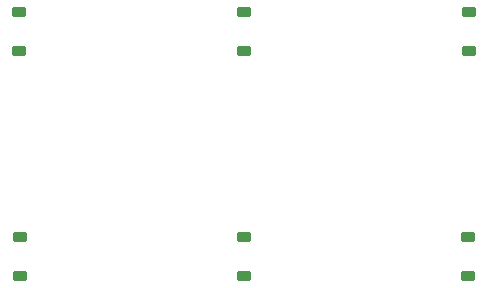
<source format=gbr>
%TF.GenerationSoftware,KiCad,Pcbnew,8.0.0*%
%TF.CreationDate,2024-03-12T01:41:40-04:00*%
%TF.ProjectId,mediaKeeb_V1,6d656469-614b-4656-9562-5f56312e6b69,rev?*%
%TF.SameCoordinates,Original*%
%TF.FileFunction,Paste,Bot*%
%TF.FilePolarity,Positive*%
%FSLAX46Y46*%
G04 Gerber Fmt 4.6, Leading zero omitted, Abs format (unit mm)*
G04 Created by KiCad (PCBNEW 8.0.0) date 2024-03-12 01:41:40*
%MOMM*%
%LPD*%
G01*
G04 APERTURE LIST*
G04 Aperture macros list*
%AMRoundRect*
0 Rectangle with rounded corners*
0 $1 Rounding radius*
0 $2 $3 $4 $5 $6 $7 $8 $9 X,Y pos of 4 corners*
0 Add a 4 corners polygon primitive as box body*
4,1,4,$2,$3,$4,$5,$6,$7,$8,$9,$2,$3,0*
0 Add four circle primitives for the rounded corners*
1,1,$1+$1,$2,$3*
1,1,$1+$1,$4,$5*
1,1,$1+$1,$6,$7*
1,1,$1+$1,$8,$9*
0 Add four rect primitives between the rounded corners*
20,1,$1+$1,$2,$3,$4,$5,0*
20,1,$1+$1,$4,$5,$6,$7,0*
20,1,$1+$1,$6,$7,$8,$9,0*
20,1,$1+$1,$8,$9,$2,$3,0*%
G04 Aperture macros list end*
%ADD10RoundRect,0.225000X0.375000X-0.225000X0.375000X0.225000X-0.375000X0.225000X-0.375000X-0.225000X0*%
G04 APERTURE END LIST*
D10*
%TO.C,D4*%
X127581250Y-90000000D03*
X127581250Y-86700000D03*
%TD*%
%TO.C,D6*%
X165508750Y-90000000D03*
X165508750Y-86700000D03*
%TD*%
%TO.C,D3*%
X165556250Y-71000000D03*
X165556250Y-67700000D03*
%TD*%
%TO.C,D5*%
X146531250Y-90000000D03*
X146531250Y-86700000D03*
%TD*%
%TO.C,D2*%
X146531250Y-67700000D03*
X146531250Y-71000000D03*
%TD*%
%TO.C,D1*%
X127468750Y-71000000D03*
X127468750Y-67700000D03*
%TD*%
M02*

</source>
